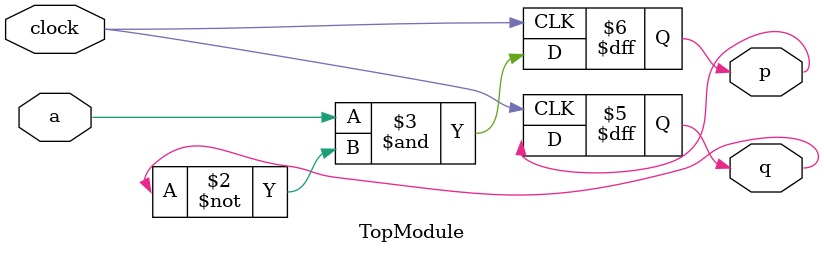
<source format=sv>

module TopModule (
  input clock,
  input a,
  output reg p,
  output reg q
);
always @(posedge clock) begin
    p <= a & (~q);
end

always @(posedge clock) begin
    q <= p;
end

endmodule

</source>
